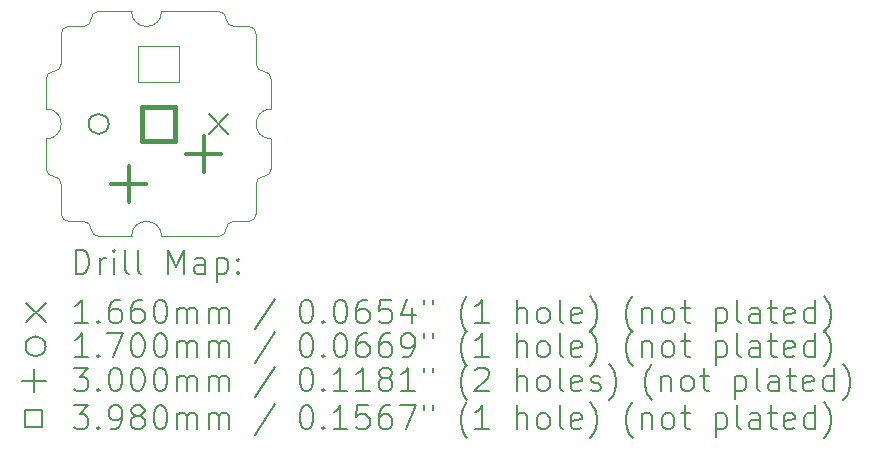
<source format=gbr>
%TF.GenerationSoftware,KiCad,Pcbnew,(6.0.7-1)-1*%
%TF.CreationDate,2022-08-17T19:26:01+01:00*%
%TF.ProjectId,amoeba-king,616d6f65-6261-42d6-9b69-6e672e6b6963,rev?*%
%TF.SameCoordinates,Original*%
%TF.FileFunction,Drillmap*%
%TF.FilePolarity,Positive*%
%FSLAX45Y45*%
G04 Gerber Fmt 4.5, Leading zero omitted, Abs format (unit mm)*
G04 Created by KiCad (PCBNEW (6.0.7-1)-1) date 2022-08-17 19:26:01*
%MOMM*%
%LPD*%
G01*
G04 APERTURE LIST*
%ADD10C,0.100000*%
%ADD11C,0.200000*%
%ADD12C,0.166000*%
%ADD13C,0.170000*%
%ADD14C,0.300000*%
%ADD15C,0.398018*%
G04 APERTURE END LIST*
D10*
X8305800Y-17691100D02*
X8178800Y-17691100D01*
X7368700Y-16206550D02*
X7368700Y-16508650D01*
X7368700Y-16508650D02*
X7718900Y-16508650D01*
X7718900Y-16508650D02*
X7718900Y-16206550D01*
X7718900Y-16206550D02*
X7368700Y-16206550D01*
X8178800Y-16040100D02*
X8305800Y-16040100D01*
X8369300Y-16103600D02*
X8369300Y-16357600D01*
X6781800Y-16040100D02*
X6908800Y-16040100D01*
X6718300Y-16103600D02*
X6718300Y-16357600D01*
X6718300Y-17373600D02*
X6718300Y-17627600D01*
X6781800Y-17691100D02*
X6908800Y-17691100D01*
X8369300Y-17627600D02*
X8369300Y-17373600D01*
X7035800Y-15913100D02*
X7314500Y-15913100D01*
X6591300Y-16992600D02*
X6591300Y-17246600D01*
X8496300Y-16992600D02*
X8496300Y-17246600D01*
X7314500Y-15913100D02*
G75*
G03*
X7568500Y-15913100I127000J0D01*
G01*
X7568500Y-17818100D02*
G75*
G03*
X7314500Y-17818100I-127000J0D01*
G01*
X7035800Y-17818100D02*
X7314500Y-17818100D01*
X6781800Y-16040100D02*
G75*
G03*
X6718300Y-16103600I0J-63500D01*
G01*
X8369300Y-16103600D02*
G75*
G03*
X8305800Y-16040100I-63500J0D01*
G01*
X6718300Y-17627600D02*
G75*
G03*
X6781800Y-17691100I63500J0D01*
G01*
X6591300Y-17246600D02*
G75*
G03*
X6654800Y-17310100I63500J0D01*
G01*
X8051800Y-15913100D02*
X7568500Y-15913100D01*
X8051800Y-17818100D02*
G75*
G03*
X8115300Y-17754600I0J63500D01*
G01*
X6591300Y-16992600D02*
G75*
G03*
X6591300Y-16738600I0J127000D01*
G01*
X8496300Y-16738600D02*
G75*
G03*
X8496300Y-16992600I0J-127000D01*
G01*
X8305800Y-17691100D02*
G75*
G03*
X8369300Y-17627600I0J63500D01*
G01*
X7568500Y-17818100D02*
X8051800Y-17818100D01*
X6654800Y-16421100D02*
G75*
G03*
X6718300Y-16357600I0J63500D01*
G01*
X6718300Y-17373600D02*
G75*
G03*
X6654800Y-17310100I-63500J0D01*
G01*
X6972300Y-17754600D02*
G75*
G03*
X7035800Y-17818100I63500J0D01*
G01*
X8496300Y-16738600D02*
X8496300Y-16484600D01*
X6908800Y-16040100D02*
G75*
G03*
X6972300Y-15976600I0J63500D01*
G01*
X8369300Y-16357600D02*
G75*
G03*
X8432800Y-16421100I63500J0D01*
G01*
X8115300Y-15976600D02*
G75*
G03*
X8178800Y-16040100I63500J0D01*
G01*
X7035800Y-15913100D02*
G75*
G03*
X6972300Y-15976600I0J-63500D01*
G01*
X8496300Y-16484600D02*
G75*
G03*
X8432800Y-16421100I-63500J0D01*
G01*
X8115300Y-15976600D02*
G75*
G03*
X8051800Y-15913100I-63500J0D01*
G01*
X6654800Y-16421100D02*
G75*
G03*
X6591300Y-16484600I0J-63500D01*
G01*
X8432800Y-17310100D02*
G75*
G03*
X8496300Y-17246600I0J63500D01*
G01*
X6591300Y-16738600D02*
X6591300Y-16484600D01*
X8178800Y-17691100D02*
G75*
G03*
X8115300Y-17754600I0J-63500D01*
G01*
X6972300Y-17754600D02*
G75*
G03*
X6908800Y-17691100I-63500J0D01*
G01*
X8432800Y-17310100D02*
G75*
G03*
X8369300Y-17373600I0J-63500D01*
G01*
D11*
D12*
X7968800Y-16782600D02*
X8134800Y-16948600D01*
X8134800Y-16782600D02*
X7968800Y-16948600D01*
D13*
X7120800Y-16865600D02*
G75*
G03*
X7120800Y-16865600I-85000J0D01*
G01*
D14*
X7289800Y-17223600D02*
X7289800Y-17523600D01*
X7139800Y-17373600D02*
X7439800Y-17373600D01*
X7924800Y-16969600D02*
X7924800Y-17269600D01*
X7774800Y-17119600D02*
X8074800Y-17119600D01*
D15*
X7684522Y-17006322D02*
X7684522Y-16724878D01*
X7403078Y-16724878D01*
X7403078Y-17006322D01*
X7684522Y-17006322D01*
D11*
X6843919Y-18133576D02*
X6843919Y-17933576D01*
X6891538Y-17933576D01*
X6920109Y-17943100D01*
X6939157Y-17962148D01*
X6948681Y-17981195D01*
X6958205Y-18019290D01*
X6958205Y-18047862D01*
X6948681Y-18085957D01*
X6939157Y-18105005D01*
X6920109Y-18124052D01*
X6891538Y-18133576D01*
X6843919Y-18133576D01*
X7043919Y-18133576D02*
X7043919Y-18000243D01*
X7043919Y-18038338D02*
X7053443Y-18019290D01*
X7062967Y-18009767D01*
X7082014Y-18000243D01*
X7101062Y-18000243D01*
X7167728Y-18133576D02*
X7167728Y-18000243D01*
X7167728Y-17933576D02*
X7158205Y-17943100D01*
X7167728Y-17952624D01*
X7177252Y-17943100D01*
X7167728Y-17933576D01*
X7167728Y-17952624D01*
X7291538Y-18133576D02*
X7272490Y-18124052D01*
X7262967Y-18105005D01*
X7262967Y-17933576D01*
X7396300Y-18133576D02*
X7377252Y-18124052D01*
X7367728Y-18105005D01*
X7367728Y-17933576D01*
X7624871Y-18133576D02*
X7624871Y-17933576D01*
X7691538Y-18076433D01*
X7758205Y-17933576D01*
X7758205Y-18133576D01*
X7939157Y-18133576D02*
X7939157Y-18028814D01*
X7929633Y-18009767D01*
X7910586Y-18000243D01*
X7872490Y-18000243D01*
X7853443Y-18009767D01*
X7939157Y-18124052D02*
X7920109Y-18133576D01*
X7872490Y-18133576D01*
X7853443Y-18124052D01*
X7843919Y-18105005D01*
X7843919Y-18085957D01*
X7853443Y-18066910D01*
X7872490Y-18057386D01*
X7920109Y-18057386D01*
X7939157Y-18047862D01*
X8034395Y-18000243D02*
X8034395Y-18200243D01*
X8034395Y-18009767D02*
X8053443Y-18000243D01*
X8091538Y-18000243D01*
X8110586Y-18009767D01*
X8120109Y-18019290D01*
X8129633Y-18038338D01*
X8129633Y-18095481D01*
X8120109Y-18114529D01*
X8110586Y-18124052D01*
X8091538Y-18133576D01*
X8053443Y-18133576D01*
X8034395Y-18124052D01*
X8215348Y-18114529D02*
X8224871Y-18124052D01*
X8215348Y-18133576D01*
X8205824Y-18124052D01*
X8215348Y-18114529D01*
X8215348Y-18133576D01*
X8215348Y-18009767D02*
X8224871Y-18019290D01*
X8215348Y-18028814D01*
X8205824Y-18019290D01*
X8215348Y-18009767D01*
X8215348Y-18028814D01*
D12*
X6420300Y-18380100D02*
X6586300Y-18546100D01*
X6586300Y-18380100D02*
X6420300Y-18546100D01*
D11*
X6948681Y-18553576D02*
X6834395Y-18553576D01*
X6891538Y-18553576D02*
X6891538Y-18353576D01*
X6872490Y-18382148D01*
X6853443Y-18401195D01*
X6834395Y-18410719D01*
X7034395Y-18534529D02*
X7043919Y-18544052D01*
X7034395Y-18553576D01*
X7024871Y-18544052D01*
X7034395Y-18534529D01*
X7034395Y-18553576D01*
X7215348Y-18353576D02*
X7177252Y-18353576D01*
X7158205Y-18363100D01*
X7148681Y-18372624D01*
X7129633Y-18401195D01*
X7120109Y-18439290D01*
X7120109Y-18515481D01*
X7129633Y-18534529D01*
X7139157Y-18544052D01*
X7158205Y-18553576D01*
X7196300Y-18553576D01*
X7215348Y-18544052D01*
X7224871Y-18534529D01*
X7234395Y-18515481D01*
X7234395Y-18467862D01*
X7224871Y-18448814D01*
X7215348Y-18439290D01*
X7196300Y-18429767D01*
X7158205Y-18429767D01*
X7139157Y-18439290D01*
X7129633Y-18448814D01*
X7120109Y-18467862D01*
X7405824Y-18353576D02*
X7367728Y-18353576D01*
X7348681Y-18363100D01*
X7339157Y-18372624D01*
X7320109Y-18401195D01*
X7310586Y-18439290D01*
X7310586Y-18515481D01*
X7320109Y-18534529D01*
X7329633Y-18544052D01*
X7348681Y-18553576D01*
X7386776Y-18553576D01*
X7405824Y-18544052D01*
X7415348Y-18534529D01*
X7424871Y-18515481D01*
X7424871Y-18467862D01*
X7415348Y-18448814D01*
X7405824Y-18439290D01*
X7386776Y-18429767D01*
X7348681Y-18429767D01*
X7329633Y-18439290D01*
X7320109Y-18448814D01*
X7310586Y-18467862D01*
X7548681Y-18353576D02*
X7567728Y-18353576D01*
X7586776Y-18363100D01*
X7596300Y-18372624D01*
X7605824Y-18391671D01*
X7615348Y-18429767D01*
X7615348Y-18477386D01*
X7605824Y-18515481D01*
X7596300Y-18534529D01*
X7586776Y-18544052D01*
X7567728Y-18553576D01*
X7548681Y-18553576D01*
X7529633Y-18544052D01*
X7520109Y-18534529D01*
X7510586Y-18515481D01*
X7501062Y-18477386D01*
X7501062Y-18429767D01*
X7510586Y-18391671D01*
X7520109Y-18372624D01*
X7529633Y-18363100D01*
X7548681Y-18353576D01*
X7701062Y-18553576D02*
X7701062Y-18420243D01*
X7701062Y-18439290D02*
X7710586Y-18429767D01*
X7729633Y-18420243D01*
X7758205Y-18420243D01*
X7777252Y-18429767D01*
X7786776Y-18448814D01*
X7786776Y-18553576D01*
X7786776Y-18448814D02*
X7796300Y-18429767D01*
X7815348Y-18420243D01*
X7843919Y-18420243D01*
X7862967Y-18429767D01*
X7872490Y-18448814D01*
X7872490Y-18553576D01*
X7967728Y-18553576D02*
X7967728Y-18420243D01*
X7967728Y-18439290D02*
X7977252Y-18429767D01*
X7996300Y-18420243D01*
X8024871Y-18420243D01*
X8043919Y-18429767D01*
X8053443Y-18448814D01*
X8053443Y-18553576D01*
X8053443Y-18448814D02*
X8062967Y-18429767D01*
X8082014Y-18420243D01*
X8110586Y-18420243D01*
X8129633Y-18429767D01*
X8139157Y-18448814D01*
X8139157Y-18553576D01*
X8529633Y-18344052D02*
X8358205Y-18601195D01*
X8786776Y-18353576D02*
X8805824Y-18353576D01*
X8824871Y-18363100D01*
X8834395Y-18372624D01*
X8843919Y-18391671D01*
X8853443Y-18429767D01*
X8853443Y-18477386D01*
X8843919Y-18515481D01*
X8834395Y-18534529D01*
X8824871Y-18544052D01*
X8805824Y-18553576D01*
X8786776Y-18553576D01*
X8767729Y-18544052D01*
X8758205Y-18534529D01*
X8748681Y-18515481D01*
X8739157Y-18477386D01*
X8739157Y-18429767D01*
X8748681Y-18391671D01*
X8758205Y-18372624D01*
X8767729Y-18363100D01*
X8786776Y-18353576D01*
X8939157Y-18534529D02*
X8948681Y-18544052D01*
X8939157Y-18553576D01*
X8929633Y-18544052D01*
X8939157Y-18534529D01*
X8939157Y-18553576D01*
X9072490Y-18353576D02*
X9091538Y-18353576D01*
X9110586Y-18363100D01*
X9120110Y-18372624D01*
X9129633Y-18391671D01*
X9139157Y-18429767D01*
X9139157Y-18477386D01*
X9129633Y-18515481D01*
X9120110Y-18534529D01*
X9110586Y-18544052D01*
X9091538Y-18553576D01*
X9072490Y-18553576D01*
X9053443Y-18544052D01*
X9043919Y-18534529D01*
X9034395Y-18515481D01*
X9024871Y-18477386D01*
X9024871Y-18429767D01*
X9034395Y-18391671D01*
X9043919Y-18372624D01*
X9053443Y-18363100D01*
X9072490Y-18353576D01*
X9310586Y-18353576D02*
X9272490Y-18353576D01*
X9253443Y-18363100D01*
X9243919Y-18372624D01*
X9224871Y-18401195D01*
X9215348Y-18439290D01*
X9215348Y-18515481D01*
X9224871Y-18534529D01*
X9234395Y-18544052D01*
X9253443Y-18553576D01*
X9291538Y-18553576D01*
X9310586Y-18544052D01*
X9320110Y-18534529D01*
X9329633Y-18515481D01*
X9329633Y-18467862D01*
X9320110Y-18448814D01*
X9310586Y-18439290D01*
X9291538Y-18429767D01*
X9253443Y-18429767D01*
X9234395Y-18439290D01*
X9224871Y-18448814D01*
X9215348Y-18467862D01*
X9510586Y-18353576D02*
X9415348Y-18353576D01*
X9405824Y-18448814D01*
X9415348Y-18439290D01*
X9434395Y-18429767D01*
X9482014Y-18429767D01*
X9501062Y-18439290D01*
X9510586Y-18448814D01*
X9520110Y-18467862D01*
X9520110Y-18515481D01*
X9510586Y-18534529D01*
X9501062Y-18544052D01*
X9482014Y-18553576D01*
X9434395Y-18553576D01*
X9415348Y-18544052D01*
X9405824Y-18534529D01*
X9691538Y-18420243D02*
X9691538Y-18553576D01*
X9643919Y-18344052D02*
X9596300Y-18486910D01*
X9720110Y-18486910D01*
X9786776Y-18353576D02*
X9786776Y-18391671D01*
X9862967Y-18353576D02*
X9862967Y-18391671D01*
X10158205Y-18629767D02*
X10148681Y-18620243D01*
X10129633Y-18591671D01*
X10120110Y-18572624D01*
X10110586Y-18544052D01*
X10101062Y-18496433D01*
X10101062Y-18458338D01*
X10110586Y-18410719D01*
X10120110Y-18382148D01*
X10129633Y-18363100D01*
X10148681Y-18334529D01*
X10158205Y-18325005D01*
X10339157Y-18553576D02*
X10224871Y-18553576D01*
X10282014Y-18553576D02*
X10282014Y-18353576D01*
X10262967Y-18382148D01*
X10243919Y-18401195D01*
X10224871Y-18410719D01*
X10577252Y-18553576D02*
X10577252Y-18353576D01*
X10662967Y-18553576D02*
X10662967Y-18448814D01*
X10653443Y-18429767D01*
X10634395Y-18420243D01*
X10605824Y-18420243D01*
X10586776Y-18429767D01*
X10577252Y-18439290D01*
X10786776Y-18553576D02*
X10767729Y-18544052D01*
X10758205Y-18534529D01*
X10748681Y-18515481D01*
X10748681Y-18458338D01*
X10758205Y-18439290D01*
X10767729Y-18429767D01*
X10786776Y-18420243D01*
X10815348Y-18420243D01*
X10834395Y-18429767D01*
X10843919Y-18439290D01*
X10853443Y-18458338D01*
X10853443Y-18515481D01*
X10843919Y-18534529D01*
X10834395Y-18544052D01*
X10815348Y-18553576D01*
X10786776Y-18553576D01*
X10967729Y-18553576D02*
X10948681Y-18544052D01*
X10939157Y-18525005D01*
X10939157Y-18353576D01*
X11120110Y-18544052D02*
X11101062Y-18553576D01*
X11062967Y-18553576D01*
X11043919Y-18544052D01*
X11034395Y-18525005D01*
X11034395Y-18448814D01*
X11043919Y-18429767D01*
X11062967Y-18420243D01*
X11101062Y-18420243D01*
X11120110Y-18429767D01*
X11129633Y-18448814D01*
X11129633Y-18467862D01*
X11034395Y-18486910D01*
X11196300Y-18629767D02*
X11205824Y-18620243D01*
X11224871Y-18591671D01*
X11234395Y-18572624D01*
X11243919Y-18544052D01*
X11253443Y-18496433D01*
X11253443Y-18458338D01*
X11243919Y-18410719D01*
X11234395Y-18382148D01*
X11224871Y-18363100D01*
X11205824Y-18334529D01*
X11196300Y-18325005D01*
X11558205Y-18629767D02*
X11548681Y-18620243D01*
X11529633Y-18591671D01*
X11520109Y-18572624D01*
X11510586Y-18544052D01*
X11501062Y-18496433D01*
X11501062Y-18458338D01*
X11510586Y-18410719D01*
X11520109Y-18382148D01*
X11529633Y-18363100D01*
X11548681Y-18334529D01*
X11558205Y-18325005D01*
X11634395Y-18420243D02*
X11634395Y-18553576D01*
X11634395Y-18439290D02*
X11643919Y-18429767D01*
X11662967Y-18420243D01*
X11691538Y-18420243D01*
X11710586Y-18429767D01*
X11720109Y-18448814D01*
X11720109Y-18553576D01*
X11843919Y-18553576D02*
X11824871Y-18544052D01*
X11815348Y-18534529D01*
X11805824Y-18515481D01*
X11805824Y-18458338D01*
X11815348Y-18439290D01*
X11824871Y-18429767D01*
X11843919Y-18420243D01*
X11872490Y-18420243D01*
X11891538Y-18429767D01*
X11901062Y-18439290D01*
X11910586Y-18458338D01*
X11910586Y-18515481D01*
X11901062Y-18534529D01*
X11891538Y-18544052D01*
X11872490Y-18553576D01*
X11843919Y-18553576D01*
X11967728Y-18420243D02*
X12043919Y-18420243D01*
X11996300Y-18353576D02*
X11996300Y-18525005D01*
X12005824Y-18544052D01*
X12024871Y-18553576D01*
X12043919Y-18553576D01*
X12262967Y-18420243D02*
X12262967Y-18620243D01*
X12262967Y-18429767D02*
X12282014Y-18420243D01*
X12320109Y-18420243D01*
X12339157Y-18429767D01*
X12348681Y-18439290D01*
X12358205Y-18458338D01*
X12358205Y-18515481D01*
X12348681Y-18534529D01*
X12339157Y-18544052D01*
X12320109Y-18553576D01*
X12282014Y-18553576D01*
X12262967Y-18544052D01*
X12472490Y-18553576D02*
X12453443Y-18544052D01*
X12443919Y-18525005D01*
X12443919Y-18353576D01*
X12634395Y-18553576D02*
X12634395Y-18448814D01*
X12624871Y-18429767D01*
X12605824Y-18420243D01*
X12567728Y-18420243D01*
X12548681Y-18429767D01*
X12634395Y-18544052D02*
X12615348Y-18553576D01*
X12567728Y-18553576D01*
X12548681Y-18544052D01*
X12539157Y-18525005D01*
X12539157Y-18505957D01*
X12548681Y-18486910D01*
X12567728Y-18477386D01*
X12615348Y-18477386D01*
X12634395Y-18467862D01*
X12701062Y-18420243D02*
X12777252Y-18420243D01*
X12729633Y-18353576D02*
X12729633Y-18525005D01*
X12739157Y-18544052D01*
X12758205Y-18553576D01*
X12777252Y-18553576D01*
X12920109Y-18544052D02*
X12901062Y-18553576D01*
X12862967Y-18553576D01*
X12843919Y-18544052D01*
X12834395Y-18525005D01*
X12834395Y-18448814D01*
X12843919Y-18429767D01*
X12862967Y-18420243D01*
X12901062Y-18420243D01*
X12920109Y-18429767D01*
X12929633Y-18448814D01*
X12929633Y-18467862D01*
X12834395Y-18486910D01*
X13101062Y-18553576D02*
X13101062Y-18353576D01*
X13101062Y-18544052D02*
X13082014Y-18553576D01*
X13043919Y-18553576D01*
X13024871Y-18544052D01*
X13015348Y-18534529D01*
X13005824Y-18515481D01*
X13005824Y-18458338D01*
X13015348Y-18439290D01*
X13024871Y-18429767D01*
X13043919Y-18420243D01*
X13082014Y-18420243D01*
X13101062Y-18429767D01*
X13177252Y-18629767D02*
X13186776Y-18620243D01*
X13205824Y-18591671D01*
X13215348Y-18572624D01*
X13224871Y-18544052D01*
X13234395Y-18496433D01*
X13234395Y-18458338D01*
X13224871Y-18410719D01*
X13215348Y-18382148D01*
X13205824Y-18363100D01*
X13186776Y-18334529D01*
X13177252Y-18325005D01*
D13*
X6586300Y-18749100D02*
G75*
G03*
X6586300Y-18749100I-85000J0D01*
G01*
D11*
X6948681Y-18839576D02*
X6834395Y-18839576D01*
X6891538Y-18839576D02*
X6891538Y-18639576D01*
X6872490Y-18668148D01*
X6853443Y-18687195D01*
X6834395Y-18696719D01*
X7034395Y-18820529D02*
X7043919Y-18830052D01*
X7034395Y-18839576D01*
X7024871Y-18830052D01*
X7034395Y-18820529D01*
X7034395Y-18839576D01*
X7110586Y-18639576D02*
X7243919Y-18639576D01*
X7158205Y-18839576D01*
X7358205Y-18639576D02*
X7377252Y-18639576D01*
X7396300Y-18649100D01*
X7405824Y-18658624D01*
X7415348Y-18677671D01*
X7424871Y-18715767D01*
X7424871Y-18763386D01*
X7415348Y-18801481D01*
X7405824Y-18820529D01*
X7396300Y-18830052D01*
X7377252Y-18839576D01*
X7358205Y-18839576D01*
X7339157Y-18830052D01*
X7329633Y-18820529D01*
X7320109Y-18801481D01*
X7310586Y-18763386D01*
X7310586Y-18715767D01*
X7320109Y-18677671D01*
X7329633Y-18658624D01*
X7339157Y-18649100D01*
X7358205Y-18639576D01*
X7548681Y-18639576D02*
X7567728Y-18639576D01*
X7586776Y-18649100D01*
X7596300Y-18658624D01*
X7605824Y-18677671D01*
X7615348Y-18715767D01*
X7615348Y-18763386D01*
X7605824Y-18801481D01*
X7596300Y-18820529D01*
X7586776Y-18830052D01*
X7567728Y-18839576D01*
X7548681Y-18839576D01*
X7529633Y-18830052D01*
X7520109Y-18820529D01*
X7510586Y-18801481D01*
X7501062Y-18763386D01*
X7501062Y-18715767D01*
X7510586Y-18677671D01*
X7520109Y-18658624D01*
X7529633Y-18649100D01*
X7548681Y-18639576D01*
X7701062Y-18839576D02*
X7701062Y-18706243D01*
X7701062Y-18725290D02*
X7710586Y-18715767D01*
X7729633Y-18706243D01*
X7758205Y-18706243D01*
X7777252Y-18715767D01*
X7786776Y-18734814D01*
X7786776Y-18839576D01*
X7786776Y-18734814D02*
X7796300Y-18715767D01*
X7815348Y-18706243D01*
X7843919Y-18706243D01*
X7862967Y-18715767D01*
X7872490Y-18734814D01*
X7872490Y-18839576D01*
X7967728Y-18839576D02*
X7967728Y-18706243D01*
X7967728Y-18725290D02*
X7977252Y-18715767D01*
X7996300Y-18706243D01*
X8024871Y-18706243D01*
X8043919Y-18715767D01*
X8053443Y-18734814D01*
X8053443Y-18839576D01*
X8053443Y-18734814D02*
X8062967Y-18715767D01*
X8082014Y-18706243D01*
X8110586Y-18706243D01*
X8129633Y-18715767D01*
X8139157Y-18734814D01*
X8139157Y-18839576D01*
X8529633Y-18630052D02*
X8358205Y-18887195D01*
X8786776Y-18639576D02*
X8805824Y-18639576D01*
X8824871Y-18649100D01*
X8834395Y-18658624D01*
X8843919Y-18677671D01*
X8853443Y-18715767D01*
X8853443Y-18763386D01*
X8843919Y-18801481D01*
X8834395Y-18820529D01*
X8824871Y-18830052D01*
X8805824Y-18839576D01*
X8786776Y-18839576D01*
X8767729Y-18830052D01*
X8758205Y-18820529D01*
X8748681Y-18801481D01*
X8739157Y-18763386D01*
X8739157Y-18715767D01*
X8748681Y-18677671D01*
X8758205Y-18658624D01*
X8767729Y-18649100D01*
X8786776Y-18639576D01*
X8939157Y-18820529D02*
X8948681Y-18830052D01*
X8939157Y-18839576D01*
X8929633Y-18830052D01*
X8939157Y-18820529D01*
X8939157Y-18839576D01*
X9072490Y-18639576D02*
X9091538Y-18639576D01*
X9110586Y-18649100D01*
X9120110Y-18658624D01*
X9129633Y-18677671D01*
X9139157Y-18715767D01*
X9139157Y-18763386D01*
X9129633Y-18801481D01*
X9120110Y-18820529D01*
X9110586Y-18830052D01*
X9091538Y-18839576D01*
X9072490Y-18839576D01*
X9053443Y-18830052D01*
X9043919Y-18820529D01*
X9034395Y-18801481D01*
X9024871Y-18763386D01*
X9024871Y-18715767D01*
X9034395Y-18677671D01*
X9043919Y-18658624D01*
X9053443Y-18649100D01*
X9072490Y-18639576D01*
X9310586Y-18639576D02*
X9272490Y-18639576D01*
X9253443Y-18649100D01*
X9243919Y-18658624D01*
X9224871Y-18687195D01*
X9215348Y-18725290D01*
X9215348Y-18801481D01*
X9224871Y-18820529D01*
X9234395Y-18830052D01*
X9253443Y-18839576D01*
X9291538Y-18839576D01*
X9310586Y-18830052D01*
X9320110Y-18820529D01*
X9329633Y-18801481D01*
X9329633Y-18753862D01*
X9320110Y-18734814D01*
X9310586Y-18725290D01*
X9291538Y-18715767D01*
X9253443Y-18715767D01*
X9234395Y-18725290D01*
X9224871Y-18734814D01*
X9215348Y-18753862D01*
X9501062Y-18639576D02*
X9462967Y-18639576D01*
X9443919Y-18649100D01*
X9434395Y-18658624D01*
X9415348Y-18687195D01*
X9405824Y-18725290D01*
X9405824Y-18801481D01*
X9415348Y-18820529D01*
X9424871Y-18830052D01*
X9443919Y-18839576D01*
X9482014Y-18839576D01*
X9501062Y-18830052D01*
X9510586Y-18820529D01*
X9520110Y-18801481D01*
X9520110Y-18753862D01*
X9510586Y-18734814D01*
X9501062Y-18725290D01*
X9482014Y-18715767D01*
X9443919Y-18715767D01*
X9424871Y-18725290D01*
X9415348Y-18734814D01*
X9405824Y-18753862D01*
X9615348Y-18839576D02*
X9653443Y-18839576D01*
X9672490Y-18830052D01*
X9682014Y-18820529D01*
X9701062Y-18791957D01*
X9710586Y-18753862D01*
X9710586Y-18677671D01*
X9701062Y-18658624D01*
X9691538Y-18649100D01*
X9672490Y-18639576D01*
X9634395Y-18639576D01*
X9615348Y-18649100D01*
X9605824Y-18658624D01*
X9596300Y-18677671D01*
X9596300Y-18725290D01*
X9605824Y-18744338D01*
X9615348Y-18753862D01*
X9634395Y-18763386D01*
X9672490Y-18763386D01*
X9691538Y-18753862D01*
X9701062Y-18744338D01*
X9710586Y-18725290D01*
X9786776Y-18639576D02*
X9786776Y-18677671D01*
X9862967Y-18639576D02*
X9862967Y-18677671D01*
X10158205Y-18915767D02*
X10148681Y-18906243D01*
X10129633Y-18877671D01*
X10120110Y-18858624D01*
X10110586Y-18830052D01*
X10101062Y-18782433D01*
X10101062Y-18744338D01*
X10110586Y-18696719D01*
X10120110Y-18668148D01*
X10129633Y-18649100D01*
X10148681Y-18620529D01*
X10158205Y-18611005D01*
X10339157Y-18839576D02*
X10224871Y-18839576D01*
X10282014Y-18839576D02*
X10282014Y-18639576D01*
X10262967Y-18668148D01*
X10243919Y-18687195D01*
X10224871Y-18696719D01*
X10577252Y-18839576D02*
X10577252Y-18639576D01*
X10662967Y-18839576D02*
X10662967Y-18734814D01*
X10653443Y-18715767D01*
X10634395Y-18706243D01*
X10605824Y-18706243D01*
X10586776Y-18715767D01*
X10577252Y-18725290D01*
X10786776Y-18839576D02*
X10767729Y-18830052D01*
X10758205Y-18820529D01*
X10748681Y-18801481D01*
X10748681Y-18744338D01*
X10758205Y-18725290D01*
X10767729Y-18715767D01*
X10786776Y-18706243D01*
X10815348Y-18706243D01*
X10834395Y-18715767D01*
X10843919Y-18725290D01*
X10853443Y-18744338D01*
X10853443Y-18801481D01*
X10843919Y-18820529D01*
X10834395Y-18830052D01*
X10815348Y-18839576D01*
X10786776Y-18839576D01*
X10967729Y-18839576D02*
X10948681Y-18830052D01*
X10939157Y-18811005D01*
X10939157Y-18639576D01*
X11120110Y-18830052D02*
X11101062Y-18839576D01*
X11062967Y-18839576D01*
X11043919Y-18830052D01*
X11034395Y-18811005D01*
X11034395Y-18734814D01*
X11043919Y-18715767D01*
X11062967Y-18706243D01*
X11101062Y-18706243D01*
X11120110Y-18715767D01*
X11129633Y-18734814D01*
X11129633Y-18753862D01*
X11034395Y-18772910D01*
X11196300Y-18915767D02*
X11205824Y-18906243D01*
X11224871Y-18877671D01*
X11234395Y-18858624D01*
X11243919Y-18830052D01*
X11253443Y-18782433D01*
X11253443Y-18744338D01*
X11243919Y-18696719D01*
X11234395Y-18668148D01*
X11224871Y-18649100D01*
X11205824Y-18620529D01*
X11196300Y-18611005D01*
X11558205Y-18915767D02*
X11548681Y-18906243D01*
X11529633Y-18877671D01*
X11520109Y-18858624D01*
X11510586Y-18830052D01*
X11501062Y-18782433D01*
X11501062Y-18744338D01*
X11510586Y-18696719D01*
X11520109Y-18668148D01*
X11529633Y-18649100D01*
X11548681Y-18620529D01*
X11558205Y-18611005D01*
X11634395Y-18706243D02*
X11634395Y-18839576D01*
X11634395Y-18725290D02*
X11643919Y-18715767D01*
X11662967Y-18706243D01*
X11691538Y-18706243D01*
X11710586Y-18715767D01*
X11720109Y-18734814D01*
X11720109Y-18839576D01*
X11843919Y-18839576D02*
X11824871Y-18830052D01*
X11815348Y-18820529D01*
X11805824Y-18801481D01*
X11805824Y-18744338D01*
X11815348Y-18725290D01*
X11824871Y-18715767D01*
X11843919Y-18706243D01*
X11872490Y-18706243D01*
X11891538Y-18715767D01*
X11901062Y-18725290D01*
X11910586Y-18744338D01*
X11910586Y-18801481D01*
X11901062Y-18820529D01*
X11891538Y-18830052D01*
X11872490Y-18839576D01*
X11843919Y-18839576D01*
X11967728Y-18706243D02*
X12043919Y-18706243D01*
X11996300Y-18639576D02*
X11996300Y-18811005D01*
X12005824Y-18830052D01*
X12024871Y-18839576D01*
X12043919Y-18839576D01*
X12262967Y-18706243D02*
X12262967Y-18906243D01*
X12262967Y-18715767D02*
X12282014Y-18706243D01*
X12320109Y-18706243D01*
X12339157Y-18715767D01*
X12348681Y-18725290D01*
X12358205Y-18744338D01*
X12358205Y-18801481D01*
X12348681Y-18820529D01*
X12339157Y-18830052D01*
X12320109Y-18839576D01*
X12282014Y-18839576D01*
X12262967Y-18830052D01*
X12472490Y-18839576D02*
X12453443Y-18830052D01*
X12443919Y-18811005D01*
X12443919Y-18639576D01*
X12634395Y-18839576D02*
X12634395Y-18734814D01*
X12624871Y-18715767D01*
X12605824Y-18706243D01*
X12567728Y-18706243D01*
X12548681Y-18715767D01*
X12634395Y-18830052D02*
X12615348Y-18839576D01*
X12567728Y-18839576D01*
X12548681Y-18830052D01*
X12539157Y-18811005D01*
X12539157Y-18791957D01*
X12548681Y-18772910D01*
X12567728Y-18763386D01*
X12615348Y-18763386D01*
X12634395Y-18753862D01*
X12701062Y-18706243D02*
X12777252Y-18706243D01*
X12729633Y-18639576D02*
X12729633Y-18811005D01*
X12739157Y-18830052D01*
X12758205Y-18839576D01*
X12777252Y-18839576D01*
X12920109Y-18830052D02*
X12901062Y-18839576D01*
X12862967Y-18839576D01*
X12843919Y-18830052D01*
X12834395Y-18811005D01*
X12834395Y-18734814D01*
X12843919Y-18715767D01*
X12862967Y-18706243D01*
X12901062Y-18706243D01*
X12920109Y-18715767D01*
X12929633Y-18734814D01*
X12929633Y-18753862D01*
X12834395Y-18772910D01*
X13101062Y-18839576D02*
X13101062Y-18639576D01*
X13101062Y-18830052D02*
X13082014Y-18839576D01*
X13043919Y-18839576D01*
X13024871Y-18830052D01*
X13015348Y-18820529D01*
X13005824Y-18801481D01*
X13005824Y-18744338D01*
X13015348Y-18725290D01*
X13024871Y-18715767D01*
X13043919Y-18706243D01*
X13082014Y-18706243D01*
X13101062Y-18715767D01*
X13177252Y-18915767D02*
X13186776Y-18906243D01*
X13205824Y-18877671D01*
X13215348Y-18858624D01*
X13224871Y-18830052D01*
X13234395Y-18782433D01*
X13234395Y-18744338D01*
X13224871Y-18696719D01*
X13215348Y-18668148D01*
X13205824Y-18649100D01*
X13186776Y-18620529D01*
X13177252Y-18611005D01*
X6486300Y-18939100D02*
X6486300Y-19139100D01*
X6386300Y-19039100D02*
X6586300Y-19039100D01*
X6824871Y-18929576D02*
X6948681Y-18929576D01*
X6882014Y-19005767D01*
X6910586Y-19005767D01*
X6929633Y-19015290D01*
X6939157Y-19024814D01*
X6948681Y-19043862D01*
X6948681Y-19091481D01*
X6939157Y-19110529D01*
X6929633Y-19120052D01*
X6910586Y-19129576D01*
X6853443Y-19129576D01*
X6834395Y-19120052D01*
X6824871Y-19110529D01*
X7034395Y-19110529D02*
X7043919Y-19120052D01*
X7034395Y-19129576D01*
X7024871Y-19120052D01*
X7034395Y-19110529D01*
X7034395Y-19129576D01*
X7167728Y-18929576D02*
X7186776Y-18929576D01*
X7205824Y-18939100D01*
X7215348Y-18948624D01*
X7224871Y-18967671D01*
X7234395Y-19005767D01*
X7234395Y-19053386D01*
X7224871Y-19091481D01*
X7215348Y-19110529D01*
X7205824Y-19120052D01*
X7186776Y-19129576D01*
X7167728Y-19129576D01*
X7148681Y-19120052D01*
X7139157Y-19110529D01*
X7129633Y-19091481D01*
X7120109Y-19053386D01*
X7120109Y-19005767D01*
X7129633Y-18967671D01*
X7139157Y-18948624D01*
X7148681Y-18939100D01*
X7167728Y-18929576D01*
X7358205Y-18929576D02*
X7377252Y-18929576D01*
X7396300Y-18939100D01*
X7405824Y-18948624D01*
X7415348Y-18967671D01*
X7424871Y-19005767D01*
X7424871Y-19053386D01*
X7415348Y-19091481D01*
X7405824Y-19110529D01*
X7396300Y-19120052D01*
X7377252Y-19129576D01*
X7358205Y-19129576D01*
X7339157Y-19120052D01*
X7329633Y-19110529D01*
X7320109Y-19091481D01*
X7310586Y-19053386D01*
X7310586Y-19005767D01*
X7320109Y-18967671D01*
X7329633Y-18948624D01*
X7339157Y-18939100D01*
X7358205Y-18929576D01*
X7548681Y-18929576D02*
X7567728Y-18929576D01*
X7586776Y-18939100D01*
X7596300Y-18948624D01*
X7605824Y-18967671D01*
X7615348Y-19005767D01*
X7615348Y-19053386D01*
X7605824Y-19091481D01*
X7596300Y-19110529D01*
X7586776Y-19120052D01*
X7567728Y-19129576D01*
X7548681Y-19129576D01*
X7529633Y-19120052D01*
X7520109Y-19110529D01*
X7510586Y-19091481D01*
X7501062Y-19053386D01*
X7501062Y-19005767D01*
X7510586Y-18967671D01*
X7520109Y-18948624D01*
X7529633Y-18939100D01*
X7548681Y-18929576D01*
X7701062Y-19129576D02*
X7701062Y-18996243D01*
X7701062Y-19015290D02*
X7710586Y-19005767D01*
X7729633Y-18996243D01*
X7758205Y-18996243D01*
X7777252Y-19005767D01*
X7786776Y-19024814D01*
X7786776Y-19129576D01*
X7786776Y-19024814D02*
X7796300Y-19005767D01*
X7815348Y-18996243D01*
X7843919Y-18996243D01*
X7862967Y-19005767D01*
X7872490Y-19024814D01*
X7872490Y-19129576D01*
X7967728Y-19129576D02*
X7967728Y-18996243D01*
X7967728Y-19015290D02*
X7977252Y-19005767D01*
X7996300Y-18996243D01*
X8024871Y-18996243D01*
X8043919Y-19005767D01*
X8053443Y-19024814D01*
X8053443Y-19129576D01*
X8053443Y-19024814D02*
X8062967Y-19005767D01*
X8082014Y-18996243D01*
X8110586Y-18996243D01*
X8129633Y-19005767D01*
X8139157Y-19024814D01*
X8139157Y-19129576D01*
X8529633Y-18920052D02*
X8358205Y-19177195D01*
X8786776Y-18929576D02*
X8805824Y-18929576D01*
X8824871Y-18939100D01*
X8834395Y-18948624D01*
X8843919Y-18967671D01*
X8853443Y-19005767D01*
X8853443Y-19053386D01*
X8843919Y-19091481D01*
X8834395Y-19110529D01*
X8824871Y-19120052D01*
X8805824Y-19129576D01*
X8786776Y-19129576D01*
X8767729Y-19120052D01*
X8758205Y-19110529D01*
X8748681Y-19091481D01*
X8739157Y-19053386D01*
X8739157Y-19005767D01*
X8748681Y-18967671D01*
X8758205Y-18948624D01*
X8767729Y-18939100D01*
X8786776Y-18929576D01*
X8939157Y-19110529D02*
X8948681Y-19120052D01*
X8939157Y-19129576D01*
X8929633Y-19120052D01*
X8939157Y-19110529D01*
X8939157Y-19129576D01*
X9139157Y-19129576D02*
X9024871Y-19129576D01*
X9082014Y-19129576D02*
X9082014Y-18929576D01*
X9062967Y-18958148D01*
X9043919Y-18977195D01*
X9024871Y-18986719D01*
X9329633Y-19129576D02*
X9215348Y-19129576D01*
X9272490Y-19129576D02*
X9272490Y-18929576D01*
X9253443Y-18958148D01*
X9234395Y-18977195D01*
X9215348Y-18986719D01*
X9443919Y-19015290D02*
X9424871Y-19005767D01*
X9415348Y-18996243D01*
X9405824Y-18977195D01*
X9405824Y-18967671D01*
X9415348Y-18948624D01*
X9424871Y-18939100D01*
X9443919Y-18929576D01*
X9482014Y-18929576D01*
X9501062Y-18939100D01*
X9510586Y-18948624D01*
X9520110Y-18967671D01*
X9520110Y-18977195D01*
X9510586Y-18996243D01*
X9501062Y-19005767D01*
X9482014Y-19015290D01*
X9443919Y-19015290D01*
X9424871Y-19024814D01*
X9415348Y-19034338D01*
X9405824Y-19053386D01*
X9405824Y-19091481D01*
X9415348Y-19110529D01*
X9424871Y-19120052D01*
X9443919Y-19129576D01*
X9482014Y-19129576D01*
X9501062Y-19120052D01*
X9510586Y-19110529D01*
X9520110Y-19091481D01*
X9520110Y-19053386D01*
X9510586Y-19034338D01*
X9501062Y-19024814D01*
X9482014Y-19015290D01*
X9710586Y-19129576D02*
X9596300Y-19129576D01*
X9653443Y-19129576D02*
X9653443Y-18929576D01*
X9634395Y-18958148D01*
X9615348Y-18977195D01*
X9596300Y-18986719D01*
X9786776Y-18929576D02*
X9786776Y-18967671D01*
X9862967Y-18929576D02*
X9862967Y-18967671D01*
X10158205Y-19205767D02*
X10148681Y-19196243D01*
X10129633Y-19167671D01*
X10120110Y-19148624D01*
X10110586Y-19120052D01*
X10101062Y-19072433D01*
X10101062Y-19034338D01*
X10110586Y-18986719D01*
X10120110Y-18958148D01*
X10129633Y-18939100D01*
X10148681Y-18910529D01*
X10158205Y-18901005D01*
X10224871Y-18948624D02*
X10234395Y-18939100D01*
X10253443Y-18929576D01*
X10301062Y-18929576D01*
X10320110Y-18939100D01*
X10329633Y-18948624D01*
X10339157Y-18967671D01*
X10339157Y-18986719D01*
X10329633Y-19015290D01*
X10215348Y-19129576D01*
X10339157Y-19129576D01*
X10577252Y-19129576D02*
X10577252Y-18929576D01*
X10662967Y-19129576D02*
X10662967Y-19024814D01*
X10653443Y-19005767D01*
X10634395Y-18996243D01*
X10605824Y-18996243D01*
X10586776Y-19005767D01*
X10577252Y-19015290D01*
X10786776Y-19129576D02*
X10767729Y-19120052D01*
X10758205Y-19110529D01*
X10748681Y-19091481D01*
X10748681Y-19034338D01*
X10758205Y-19015290D01*
X10767729Y-19005767D01*
X10786776Y-18996243D01*
X10815348Y-18996243D01*
X10834395Y-19005767D01*
X10843919Y-19015290D01*
X10853443Y-19034338D01*
X10853443Y-19091481D01*
X10843919Y-19110529D01*
X10834395Y-19120052D01*
X10815348Y-19129576D01*
X10786776Y-19129576D01*
X10967729Y-19129576D02*
X10948681Y-19120052D01*
X10939157Y-19101005D01*
X10939157Y-18929576D01*
X11120110Y-19120052D02*
X11101062Y-19129576D01*
X11062967Y-19129576D01*
X11043919Y-19120052D01*
X11034395Y-19101005D01*
X11034395Y-19024814D01*
X11043919Y-19005767D01*
X11062967Y-18996243D01*
X11101062Y-18996243D01*
X11120110Y-19005767D01*
X11129633Y-19024814D01*
X11129633Y-19043862D01*
X11034395Y-19062910D01*
X11205824Y-19120052D02*
X11224871Y-19129576D01*
X11262967Y-19129576D01*
X11282014Y-19120052D01*
X11291538Y-19101005D01*
X11291538Y-19091481D01*
X11282014Y-19072433D01*
X11262967Y-19062910D01*
X11234395Y-19062910D01*
X11215348Y-19053386D01*
X11205824Y-19034338D01*
X11205824Y-19024814D01*
X11215348Y-19005767D01*
X11234395Y-18996243D01*
X11262967Y-18996243D01*
X11282014Y-19005767D01*
X11358205Y-19205767D02*
X11367728Y-19196243D01*
X11386776Y-19167671D01*
X11396300Y-19148624D01*
X11405824Y-19120052D01*
X11415348Y-19072433D01*
X11415348Y-19034338D01*
X11405824Y-18986719D01*
X11396300Y-18958148D01*
X11386776Y-18939100D01*
X11367728Y-18910529D01*
X11358205Y-18901005D01*
X11720109Y-19205767D02*
X11710586Y-19196243D01*
X11691538Y-19167671D01*
X11682014Y-19148624D01*
X11672490Y-19120052D01*
X11662967Y-19072433D01*
X11662967Y-19034338D01*
X11672490Y-18986719D01*
X11682014Y-18958148D01*
X11691538Y-18939100D01*
X11710586Y-18910529D01*
X11720109Y-18901005D01*
X11796300Y-18996243D02*
X11796300Y-19129576D01*
X11796300Y-19015290D02*
X11805824Y-19005767D01*
X11824871Y-18996243D01*
X11853443Y-18996243D01*
X11872490Y-19005767D01*
X11882014Y-19024814D01*
X11882014Y-19129576D01*
X12005824Y-19129576D02*
X11986776Y-19120052D01*
X11977252Y-19110529D01*
X11967728Y-19091481D01*
X11967728Y-19034338D01*
X11977252Y-19015290D01*
X11986776Y-19005767D01*
X12005824Y-18996243D01*
X12034395Y-18996243D01*
X12053443Y-19005767D01*
X12062967Y-19015290D01*
X12072490Y-19034338D01*
X12072490Y-19091481D01*
X12062967Y-19110529D01*
X12053443Y-19120052D01*
X12034395Y-19129576D01*
X12005824Y-19129576D01*
X12129633Y-18996243D02*
X12205824Y-18996243D01*
X12158205Y-18929576D02*
X12158205Y-19101005D01*
X12167728Y-19120052D01*
X12186776Y-19129576D01*
X12205824Y-19129576D01*
X12424871Y-18996243D02*
X12424871Y-19196243D01*
X12424871Y-19005767D02*
X12443919Y-18996243D01*
X12482014Y-18996243D01*
X12501062Y-19005767D01*
X12510586Y-19015290D01*
X12520109Y-19034338D01*
X12520109Y-19091481D01*
X12510586Y-19110529D01*
X12501062Y-19120052D01*
X12482014Y-19129576D01*
X12443919Y-19129576D01*
X12424871Y-19120052D01*
X12634395Y-19129576D02*
X12615348Y-19120052D01*
X12605824Y-19101005D01*
X12605824Y-18929576D01*
X12796300Y-19129576D02*
X12796300Y-19024814D01*
X12786776Y-19005767D01*
X12767728Y-18996243D01*
X12729633Y-18996243D01*
X12710586Y-19005767D01*
X12796300Y-19120052D02*
X12777252Y-19129576D01*
X12729633Y-19129576D01*
X12710586Y-19120052D01*
X12701062Y-19101005D01*
X12701062Y-19081957D01*
X12710586Y-19062910D01*
X12729633Y-19053386D01*
X12777252Y-19053386D01*
X12796300Y-19043862D01*
X12862967Y-18996243D02*
X12939157Y-18996243D01*
X12891538Y-18929576D02*
X12891538Y-19101005D01*
X12901062Y-19120052D01*
X12920109Y-19129576D01*
X12939157Y-19129576D01*
X13082014Y-19120052D02*
X13062967Y-19129576D01*
X13024871Y-19129576D01*
X13005824Y-19120052D01*
X12996300Y-19101005D01*
X12996300Y-19024814D01*
X13005824Y-19005767D01*
X13024871Y-18996243D01*
X13062967Y-18996243D01*
X13082014Y-19005767D01*
X13091538Y-19024814D01*
X13091538Y-19043862D01*
X12996300Y-19062910D01*
X13262967Y-19129576D02*
X13262967Y-18929576D01*
X13262967Y-19120052D02*
X13243919Y-19129576D01*
X13205824Y-19129576D01*
X13186776Y-19120052D01*
X13177252Y-19110529D01*
X13167728Y-19091481D01*
X13167728Y-19034338D01*
X13177252Y-19015290D01*
X13186776Y-19005767D01*
X13205824Y-18996243D01*
X13243919Y-18996243D01*
X13262967Y-19005767D01*
X13339157Y-19205767D02*
X13348681Y-19196243D01*
X13367728Y-19167671D01*
X13377252Y-19148624D01*
X13386776Y-19120052D01*
X13396300Y-19072433D01*
X13396300Y-19034338D01*
X13386776Y-18986719D01*
X13377252Y-18958148D01*
X13367728Y-18939100D01*
X13348681Y-18910529D01*
X13339157Y-18901005D01*
X6557011Y-19429811D02*
X6557011Y-19288389D01*
X6415589Y-19288389D01*
X6415589Y-19429811D01*
X6557011Y-19429811D01*
X6824871Y-19249576D02*
X6948681Y-19249576D01*
X6882014Y-19325767D01*
X6910586Y-19325767D01*
X6929633Y-19335290D01*
X6939157Y-19344814D01*
X6948681Y-19363862D01*
X6948681Y-19411481D01*
X6939157Y-19430529D01*
X6929633Y-19440052D01*
X6910586Y-19449576D01*
X6853443Y-19449576D01*
X6834395Y-19440052D01*
X6824871Y-19430529D01*
X7034395Y-19430529D02*
X7043919Y-19440052D01*
X7034395Y-19449576D01*
X7024871Y-19440052D01*
X7034395Y-19430529D01*
X7034395Y-19449576D01*
X7139157Y-19449576D02*
X7177252Y-19449576D01*
X7196300Y-19440052D01*
X7205824Y-19430529D01*
X7224871Y-19401957D01*
X7234395Y-19363862D01*
X7234395Y-19287671D01*
X7224871Y-19268624D01*
X7215348Y-19259100D01*
X7196300Y-19249576D01*
X7158205Y-19249576D01*
X7139157Y-19259100D01*
X7129633Y-19268624D01*
X7120109Y-19287671D01*
X7120109Y-19335290D01*
X7129633Y-19354338D01*
X7139157Y-19363862D01*
X7158205Y-19373386D01*
X7196300Y-19373386D01*
X7215348Y-19363862D01*
X7224871Y-19354338D01*
X7234395Y-19335290D01*
X7348681Y-19335290D02*
X7329633Y-19325767D01*
X7320109Y-19316243D01*
X7310586Y-19297195D01*
X7310586Y-19287671D01*
X7320109Y-19268624D01*
X7329633Y-19259100D01*
X7348681Y-19249576D01*
X7386776Y-19249576D01*
X7405824Y-19259100D01*
X7415348Y-19268624D01*
X7424871Y-19287671D01*
X7424871Y-19297195D01*
X7415348Y-19316243D01*
X7405824Y-19325767D01*
X7386776Y-19335290D01*
X7348681Y-19335290D01*
X7329633Y-19344814D01*
X7320109Y-19354338D01*
X7310586Y-19373386D01*
X7310586Y-19411481D01*
X7320109Y-19430529D01*
X7329633Y-19440052D01*
X7348681Y-19449576D01*
X7386776Y-19449576D01*
X7405824Y-19440052D01*
X7415348Y-19430529D01*
X7424871Y-19411481D01*
X7424871Y-19373386D01*
X7415348Y-19354338D01*
X7405824Y-19344814D01*
X7386776Y-19335290D01*
X7548681Y-19249576D02*
X7567728Y-19249576D01*
X7586776Y-19259100D01*
X7596300Y-19268624D01*
X7605824Y-19287671D01*
X7615348Y-19325767D01*
X7615348Y-19373386D01*
X7605824Y-19411481D01*
X7596300Y-19430529D01*
X7586776Y-19440052D01*
X7567728Y-19449576D01*
X7548681Y-19449576D01*
X7529633Y-19440052D01*
X7520109Y-19430529D01*
X7510586Y-19411481D01*
X7501062Y-19373386D01*
X7501062Y-19325767D01*
X7510586Y-19287671D01*
X7520109Y-19268624D01*
X7529633Y-19259100D01*
X7548681Y-19249576D01*
X7701062Y-19449576D02*
X7701062Y-19316243D01*
X7701062Y-19335290D02*
X7710586Y-19325767D01*
X7729633Y-19316243D01*
X7758205Y-19316243D01*
X7777252Y-19325767D01*
X7786776Y-19344814D01*
X7786776Y-19449576D01*
X7786776Y-19344814D02*
X7796300Y-19325767D01*
X7815348Y-19316243D01*
X7843919Y-19316243D01*
X7862967Y-19325767D01*
X7872490Y-19344814D01*
X7872490Y-19449576D01*
X7967728Y-19449576D02*
X7967728Y-19316243D01*
X7967728Y-19335290D02*
X7977252Y-19325767D01*
X7996300Y-19316243D01*
X8024871Y-19316243D01*
X8043919Y-19325767D01*
X8053443Y-19344814D01*
X8053443Y-19449576D01*
X8053443Y-19344814D02*
X8062967Y-19325767D01*
X8082014Y-19316243D01*
X8110586Y-19316243D01*
X8129633Y-19325767D01*
X8139157Y-19344814D01*
X8139157Y-19449576D01*
X8529633Y-19240052D02*
X8358205Y-19497195D01*
X8786776Y-19249576D02*
X8805824Y-19249576D01*
X8824871Y-19259100D01*
X8834395Y-19268624D01*
X8843919Y-19287671D01*
X8853443Y-19325767D01*
X8853443Y-19373386D01*
X8843919Y-19411481D01*
X8834395Y-19430529D01*
X8824871Y-19440052D01*
X8805824Y-19449576D01*
X8786776Y-19449576D01*
X8767729Y-19440052D01*
X8758205Y-19430529D01*
X8748681Y-19411481D01*
X8739157Y-19373386D01*
X8739157Y-19325767D01*
X8748681Y-19287671D01*
X8758205Y-19268624D01*
X8767729Y-19259100D01*
X8786776Y-19249576D01*
X8939157Y-19430529D02*
X8948681Y-19440052D01*
X8939157Y-19449576D01*
X8929633Y-19440052D01*
X8939157Y-19430529D01*
X8939157Y-19449576D01*
X9139157Y-19449576D02*
X9024871Y-19449576D01*
X9082014Y-19449576D02*
X9082014Y-19249576D01*
X9062967Y-19278148D01*
X9043919Y-19297195D01*
X9024871Y-19306719D01*
X9320110Y-19249576D02*
X9224871Y-19249576D01*
X9215348Y-19344814D01*
X9224871Y-19335290D01*
X9243919Y-19325767D01*
X9291538Y-19325767D01*
X9310586Y-19335290D01*
X9320110Y-19344814D01*
X9329633Y-19363862D01*
X9329633Y-19411481D01*
X9320110Y-19430529D01*
X9310586Y-19440052D01*
X9291538Y-19449576D01*
X9243919Y-19449576D01*
X9224871Y-19440052D01*
X9215348Y-19430529D01*
X9501062Y-19249576D02*
X9462967Y-19249576D01*
X9443919Y-19259100D01*
X9434395Y-19268624D01*
X9415348Y-19297195D01*
X9405824Y-19335290D01*
X9405824Y-19411481D01*
X9415348Y-19430529D01*
X9424871Y-19440052D01*
X9443919Y-19449576D01*
X9482014Y-19449576D01*
X9501062Y-19440052D01*
X9510586Y-19430529D01*
X9520110Y-19411481D01*
X9520110Y-19363862D01*
X9510586Y-19344814D01*
X9501062Y-19335290D01*
X9482014Y-19325767D01*
X9443919Y-19325767D01*
X9424871Y-19335290D01*
X9415348Y-19344814D01*
X9405824Y-19363862D01*
X9586776Y-19249576D02*
X9720110Y-19249576D01*
X9634395Y-19449576D01*
X9786776Y-19249576D02*
X9786776Y-19287671D01*
X9862967Y-19249576D02*
X9862967Y-19287671D01*
X10158205Y-19525767D02*
X10148681Y-19516243D01*
X10129633Y-19487671D01*
X10120110Y-19468624D01*
X10110586Y-19440052D01*
X10101062Y-19392433D01*
X10101062Y-19354338D01*
X10110586Y-19306719D01*
X10120110Y-19278148D01*
X10129633Y-19259100D01*
X10148681Y-19230529D01*
X10158205Y-19221005D01*
X10339157Y-19449576D02*
X10224871Y-19449576D01*
X10282014Y-19449576D02*
X10282014Y-19249576D01*
X10262967Y-19278148D01*
X10243919Y-19297195D01*
X10224871Y-19306719D01*
X10577252Y-19449576D02*
X10577252Y-19249576D01*
X10662967Y-19449576D02*
X10662967Y-19344814D01*
X10653443Y-19325767D01*
X10634395Y-19316243D01*
X10605824Y-19316243D01*
X10586776Y-19325767D01*
X10577252Y-19335290D01*
X10786776Y-19449576D02*
X10767729Y-19440052D01*
X10758205Y-19430529D01*
X10748681Y-19411481D01*
X10748681Y-19354338D01*
X10758205Y-19335290D01*
X10767729Y-19325767D01*
X10786776Y-19316243D01*
X10815348Y-19316243D01*
X10834395Y-19325767D01*
X10843919Y-19335290D01*
X10853443Y-19354338D01*
X10853443Y-19411481D01*
X10843919Y-19430529D01*
X10834395Y-19440052D01*
X10815348Y-19449576D01*
X10786776Y-19449576D01*
X10967729Y-19449576D02*
X10948681Y-19440052D01*
X10939157Y-19421005D01*
X10939157Y-19249576D01*
X11120110Y-19440052D02*
X11101062Y-19449576D01*
X11062967Y-19449576D01*
X11043919Y-19440052D01*
X11034395Y-19421005D01*
X11034395Y-19344814D01*
X11043919Y-19325767D01*
X11062967Y-19316243D01*
X11101062Y-19316243D01*
X11120110Y-19325767D01*
X11129633Y-19344814D01*
X11129633Y-19363862D01*
X11034395Y-19382910D01*
X11196300Y-19525767D02*
X11205824Y-19516243D01*
X11224871Y-19487671D01*
X11234395Y-19468624D01*
X11243919Y-19440052D01*
X11253443Y-19392433D01*
X11253443Y-19354338D01*
X11243919Y-19306719D01*
X11234395Y-19278148D01*
X11224871Y-19259100D01*
X11205824Y-19230529D01*
X11196300Y-19221005D01*
X11558205Y-19525767D02*
X11548681Y-19516243D01*
X11529633Y-19487671D01*
X11520109Y-19468624D01*
X11510586Y-19440052D01*
X11501062Y-19392433D01*
X11501062Y-19354338D01*
X11510586Y-19306719D01*
X11520109Y-19278148D01*
X11529633Y-19259100D01*
X11548681Y-19230529D01*
X11558205Y-19221005D01*
X11634395Y-19316243D02*
X11634395Y-19449576D01*
X11634395Y-19335290D02*
X11643919Y-19325767D01*
X11662967Y-19316243D01*
X11691538Y-19316243D01*
X11710586Y-19325767D01*
X11720109Y-19344814D01*
X11720109Y-19449576D01*
X11843919Y-19449576D02*
X11824871Y-19440052D01*
X11815348Y-19430529D01*
X11805824Y-19411481D01*
X11805824Y-19354338D01*
X11815348Y-19335290D01*
X11824871Y-19325767D01*
X11843919Y-19316243D01*
X11872490Y-19316243D01*
X11891538Y-19325767D01*
X11901062Y-19335290D01*
X11910586Y-19354338D01*
X11910586Y-19411481D01*
X11901062Y-19430529D01*
X11891538Y-19440052D01*
X11872490Y-19449576D01*
X11843919Y-19449576D01*
X11967728Y-19316243D02*
X12043919Y-19316243D01*
X11996300Y-19249576D02*
X11996300Y-19421005D01*
X12005824Y-19440052D01*
X12024871Y-19449576D01*
X12043919Y-19449576D01*
X12262967Y-19316243D02*
X12262967Y-19516243D01*
X12262967Y-19325767D02*
X12282014Y-19316243D01*
X12320109Y-19316243D01*
X12339157Y-19325767D01*
X12348681Y-19335290D01*
X12358205Y-19354338D01*
X12358205Y-19411481D01*
X12348681Y-19430529D01*
X12339157Y-19440052D01*
X12320109Y-19449576D01*
X12282014Y-19449576D01*
X12262967Y-19440052D01*
X12472490Y-19449576D02*
X12453443Y-19440052D01*
X12443919Y-19421005D01*
X12443919Y-19249576D01*
X12634395Y-19449576D02*
X12634395Y-19344814D01*
X12624871Y-19325767D01*
X12605824Y-19316243D01*
X12567728Y-19316243D01*
X12548681Y-19325767D01*
X12634395Y-19440052D02*
X12615348Y-19449576D01*
X12567728Y-19449576D01*
X12548681Y-19440052D01*
X12539157Y-19421005D01*
X12539157Y-19401957D01*
X12548681Y-19382910D01*
X12567728Y-19373386D01*
X12615348Y-19373386D01*
X12634395Y-19363862D01*
X12701062Y-19316243D02*
X12777252Y-19316243D01*
X12729633Y-19249576D02*
X12729633Y-19421005D01*
X12739157Y-19440052D01*
X12758205Y-19449576D01*
X12777252Y-19449576D01*
X12920109Y-19440052D02*
X12901062Y-19449576D01*
X12862967Y-19449576D01*
X12843919Y-19440052D01*
X12834395Y-19421005D01*
X12834395Y-19344814D01*
X12843919Y-19325767D01*
X12862967Y-19316243D01*
X12901062Y-19316243D01*
X12920109Y-19325767D01*
X12929633Y-19344814D01*
X12929633Y-19363862D01*
X12834395Y-19382910D01*
X13101062Y-19449576D02*
X13101062Y-19249576D01*
X13101062Y-19440052D02*
X13082014Y-19449576D01*
X13043919Y-19449576D01*
X13024871Y-19440052D01*
X13015348Y-19430529D01*
X13005824Y-19411481D01*
X13005824Y-19354338D01*
X13015348Y-19335290D01*
X13024871Y-19325767D01*
X13043919Y-19316243D01*
X13082014Y-19316243D01*
X13101062Y-19325767D01*
X13177252Y-19525767D02*
X13186776Y-19516243D01*
X13205824Y-19487671D01*
X13215348Y-19468624D01*
X13224871Y-19440052D01*
X13234395Y-19392433D01*
X13234395Y-19354338D01*
X13224871Y-19306719D01*
X13215348Y-19278148D01*
X13205824Y-19259100D01*
X13186776Y-19230529D01*
X13177252Y-19221005D01*
M02*

</source>
